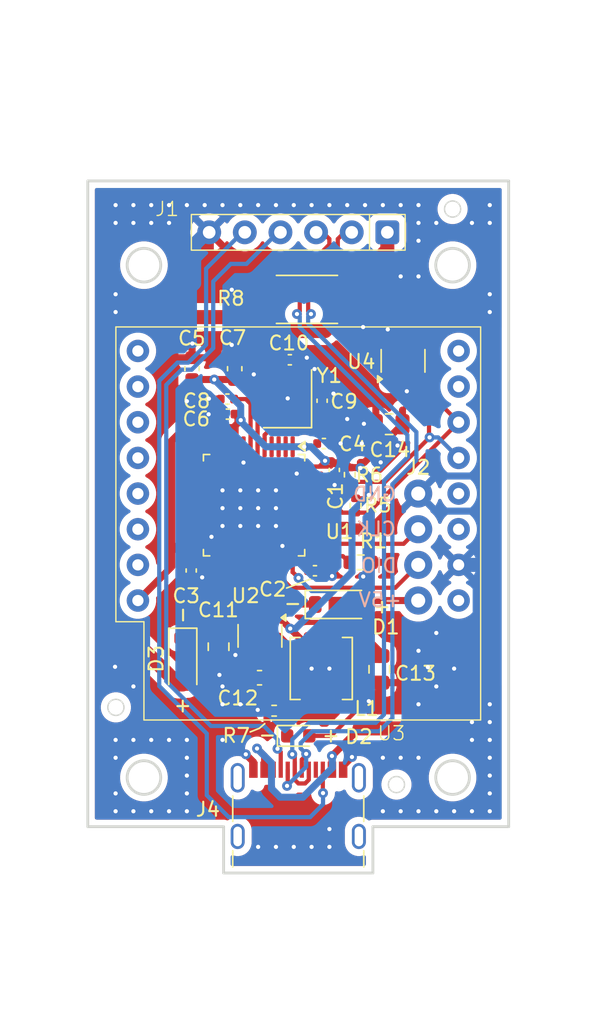
<source format=kicad_pcb>
(kicad_pcb (version 20241229) (generator "pcbnew") (generator_version "9.0")
  (layers (0 "F.Cu" signal) (2 "B.Cu" signal) (13 "F.Paste" user) (15 "B.Paste" user) (5 "F.SilkS" user "F.Silkscreen") (7 "B.SilkS" user "B.Silkscreen") (1 "F.Mask" user) (3 "B.Mask" user) (25 "Edge.Cuts" user))
  (net 0 "")
  (net 2 "GND")
  (net 5 "+3.3V")
  (net 6 "/MCU/NRST")
  (net 7 "/MCU/HSE_IN")
  (net 11 "/MCU/HSE_OUT")
  (net 14 "VIN")
  (net 17 "/MCU/SW")
  (net 21 "/MCU/BW")
  (net 25 "Net-(D1-A)")
  (net 26 "/MCU/PWR_LED_C")
  (net 29 "VBUS")
  (net 31 "/current_sensing/VBUS_in")
  (net 37 "/MCU/SWCLK")
  (net 38 "/MCU/SWDIO")
  (net 42 "CC2")
  (net 43 "CC1")
  (net 49 "USB_D+")
  (net 50 "USB_D-")
  (net 51 "I2C1_SCL")
  (net 52 "I2C1_SDA")
  (net 65 "/MCU/BOOT0")
  (footprint "my_footprints:4pin" (layer "F.Cu") (at 115.55 70.08 90)
    (property "Reference" "J2")
    (property "Value" "Debug")
  )
  (footprint "Resistor_SMD:R_0603_1608Metric" (layer "F.Cu") (at 111.45 71.17 180)
    (property "Reference" "R1")
    (property "Value" "10k")
  )
  (footprint "Capacitor_SMD:C_0402_1005Metric" (layer "F.Cu") (at 101.98 60.61 180)
    (property "Reference" "C6")
    (property "Value" "10n")
  )
  (footprint "Capacitor_SMD:C_0402_1005Metric" (layer "F.Cu") (at 108.83 62.7075)
    (property "Reference" "C4")
    (property "Value" "100n" (hide yes))
  )
  (footprint "Capacitor_SMD:C_0402_1005Metric" (layer "F.Cu") (at 101.95 59.54 180)
    (property "Reference" "C8")
    (property "Value" "100n")
  )
  (footprint "Package_TO_SOT_SMD:TSOT-23-6" (layer "F.Cu") (at 104.27 76.4075 -90)
    (property "Reference" "U2")
    (property "Value" "AP63203WU")
  )
  (footprint "LED_SMD:LED_0603_1608Metric" (layer "F.Cu") (at 107 83.53)
    (property "Reference" "D2")
    (property "Value" "red")
  )
  (footprint "my_footprints:OLED_display_0_66" (layer "F.Cu") (at 107 65)
    (property "Reference" "U3")
    (property "Value" "0.66inch OLED display")
  )
  (footprint "Diode_SMD:D_SOD-123" (layer "F.Cu") (at 109.86 74.17)
    (property "Reference" "D1")
    (property "Value" "B5819W")
  )
  (footprint "my_footprints:JLC_tooling_hole" (layer "F.Cu") (at 118 46)
    (property "Reference" "U6" (hide yes))
    (property "Value" "~")
    (fp_circle (center 0 0) (end 0.576 0) (stroke (width 0.1)) (fill no) (layer "Edge.Cuts"))
  )
  (footprint "Capacitor_SMD:C_0805_2012Metric" (layer "F.Cu") (at 112.78 78.79 -90)
    (property "Reference" "C13")
    (property "Value" "22µ")
  )
  (footprint "Capacitor_SMD:C_0603_1608Metric" (layer "F.Cu") (at 99.43 57.37 90)
    (property "Reference" "C5")
    (property "Value" "10µ")
  )
  (footprint "Capacitor_SMD:C_0603_1608Metric" (layer "F.Cu") (at 102.47 57.375 90)
    (property "Reference" "C7")
    (property "Value" "1µ")
  )
  (footprint "Capacitor_SMD:C_0402_1005Metric" (layer "F.Cu") (at 106.4 56.74)
    (property "Reference" "C10")
    (property "Value" "10p")
  )
  (footprint "my_footprints:JLC_tooling_hole" (layer "F.Cu") (at 114 87)
    (property "Reference" "U7" (hide yes))
    (property "Value" "~")
    (fp_circle (center 0 0) (end 0.576 0) (stroke (width 0.1)) (fill no) (layer "Edge.Cuts"))
  )
  (footprint "Resistor_SMD:R_0402_1005Metric" (layer "F.Cu") (at 110.67 64.9275 -90)
    (property "Reference" "R6")
    (property "Value" "2k2")
  )
  (footprint "Capacitor_SMD:C_0603_1608Metric" (layer "F.Cu") (at 104.24 79.39 180)
    (property "Reference" "C12")
    (property "Value" "100n")
  )
  (footprint "Resistor_SMD:R_0402_1005Metric" (layer "F.Cu") (at 105.28 81.74 180)
    (property "Reference" "R7")
    (property "Value" "1k")
  )
  (footprint "Crystal:Crystal_SMD_3225-4Pin_3.2x2.5mm" (layer "F.Cu") (at 106.24 59.5175 90)
    (property "Reference" "Y1")
    (property "Value" "16MHz")
  )
  (footprint "my_footprints:JLC_tooling_hole" (layer "F.Cu") (at 94 81.5)
    (property "Reference" "U5" (hide yes))
    (property "Value" "~")
    (fp_circle (center 0 0) (end 0.576 0) (stroke (width 0.1)) (fill no) (layer "Edge.Cuts"))
  )
  (footprint "Capacitor_SMD:C_0402_1005Metric" (layer "F.Cu") (at 109.57 64.5875 -90)
    (property "Reference" "C1")
    (property "Value" "100n")
  )
  (footprint "Capacitor_SMD:C_0402_1005Metric" (layer "F.Cu") (at 108.7 59.6575 90)
    (property "Reference" "C9")
    (property "Value" "10p")
  )
  (footprint "Diode_SMD:D_SOD-123" (layer "F.Cu") (at 98.77 78.22 -90)
    (property "Reference" "D3")
    (property "Value" "B5819W")
  )
  (footprint "Package_TO_SOT_SMD:SOT-23-8" (layer "F.Cu") (at 114.469975 56.816605 90)
    (property "Reference" "U4")
    (property "Value" "INA219AxDCN")
  )
  (footprint "Capacitor_SMD:C_0805_2012Metric" (layer "F.Cu") (at 101.32 77.18 -90)
    (property "Reference" "C11")
    (property "Value" "10µ")
  )
  (footprint "Capacitor_SMD:C_0402_1005Metric" (layer "F.Cu") (at 99.37 71.75 -90)
    (property "Reference" "C3")
    (property "Value" "100n")
  )
  (footprint "Inductor_SMD:L_APV_APH0420" (layer "F.Cu") (at 108.64 78.73 90)
    (property "Reference" "L1")
    (property "Value" "4µ7")
  )
  (footprint "my_footprints:header_90degree_01x06_back" (layer "F.Cu") (at 107 47.66 -90)
    (property "Reference" "J1")
    (property "Value" "Conn_01x06_Pin")
  )
  (footprint "Package_QFP:LQFP-48_7x7mm_P0.5mm" (layer "F.Cu") (at 103.85 67.0975 -90)
    (property "Reference" "U1")
    (property "Value" "STM32F103C8T6")
  )
  (footprint "Capacitor_SMD:C_0402_1005Metric" (layer "F.Cu") (at 108.19 71.7675)
    (property "Reference" "C2")
    (property "Value" "100n")
  )
  (footprint "my_footprints:USB_C_Receptacle" (layer "F.Cu") (at 107 89.62)
    (property "Reference" "J4")
    (property "Value" "USB_C_Receptacle_USB2.0_16P")
  )
  (footprint "Capacitor_SMD:C_0805_2012Metric" (layer "F.Cu") (at 113.48 61.33 180)
    (property "Reference" "C14")
    (property "Value" "22µ")
  )
  (footprint "Resistor_SMD:R_0402_1005Metric" (layer "F.Cu") (at 111.09 67.12 -90)
    (property "Reference" "R5")
    (property "Value" "2k2")
  )
  (footprint "Resistor_SMD:R_2512_6332Metric" (layer "F.Cu") (at 107.62 52.44)
    (property "Reference" "R8")
    (property "Value" "50 mOhm")
  )
  (gr_line (start 106.17 73) (end 107.86 72.37) (stroke (width 0.12)) (layer "F.SilkS"))
  (gr_line (start 103.58 83.25) (end 104.23 82.99) (stroke (width 0.12)) (layer "F.SilkS"))
  (gr_line (start 104.23 82.99) (end 104.61 82.66) (stroke (width 0.12)) (layer "F.SilkS"))
  (gr_line (start 112.32 90) (end 122 90) (stroke (width 0.2)) (layer "Edge.Cuts"))
  (gr_line (start 92 90) (end 101.68 90) (stroke (width 0.2)) (layer "Edge.Cuts"))
  (gr_line (start 112.32 93.3) (end 112.32 90) (stroke (width 0.2)) (layer "Edge.Cuts"))
  (gr_circle (center 96 86.5) (end 97.2 86.5) (stroke (width 0.2)) (fill no) (layer "Edge.Cuts"))
  (gr_line (start 92 44) (end 122 44) (stroke (width 0.2)) (layer "Edge.Cuts"))
  (gr_line (start 92 44) (end 92 90) (stroke (width 0.2)) (layer "Edge.Cuts"))
  (gr_line (start 101.68 90) (end 101.68 93.3) (stroke (width 0.2)) (layer "Edge.Cuts"))
  (gr_circle (center 118 50) (end 119.2 50) (stroke (width 0.2)) (fill no) (layer "Edge.Cuts"))
  (gr_circle (center 118 86.5) (end 119.2 86.5) (stroke (width 0.2)) (fill no) (layer "Edge.Cuts"))
  (gr_circle (center 96 50) (end 97.2 50) (stroke (width 0.2)) (fill no) (layer "Edge.Cuts"))
  (gr_line (start 112.32 93.3) (end 101.68 93.3) (stroke (width 0.2)) (layer "Edge.Cuts"))
  (gr_line (start 122 90) (end 122 44) (stroke (width 0.2)) (layer "Edge.Cuts"))
  (gr_text "-" (at 104.08 84.02 0) (layer "F.SilkS") (effects (font (size 1 1)) (justify left bottom)))
  (gr_text "+" (at 108.61 84.06 0) (layer "F.SilkS") (effects (font (size 1 1)) (justify left bottom)))
  (gr_text "-" (at 105.89 74.65 0) (layer "F.SilkS") (effects (font (size 1 1)) (justify left bottom)))
  (gr_text "-" (at 99.3 75.64 90) (layer "F.SilkS") (effects (font (size 1 1)) (justify left bottom)))
  (gr_text "+" (at 112.25 74.87 0) (layer "F.SilkS") (effects (font (size 1 1)) (justify left bottom)))
  (gr_text "+" (at 98.05 81.92 0) (layer "F.SilkS") (effects (font (size 1 1)) (justify left bottom)))
  (gr_text "+5V" (at 114.46 74.43 0) (layer "B.SilkS") (effects (font (size 1 1)) (justify left bottom mirror)))
  (gr_text "GND" (at 114.06 66.9 0) (layer "B.SilkS") (effects (font (size 1 1)) (justify left bottom mirror)))
  (gr_text "DIO" (at 114.1 71.99 0) (layer "B.SilkS") (effects (font (size 1 1)) (justify left bottom mirror)))
  (gr_text "CLK" (at 114.05 69.38 0) (layer "B.SilkS") (effects (font (size 1 1)) (justify left bottom mirror)))
  (segment (start 102.47 56.6) (end 102.47 55.896264) (width 0.5) (layer "F.Cu") (net 2))
  (segment (start 120.65 83.82) (end 119.38 83.82) (width 0.5) (layer "F.Cu") (net 2))
  (segment (start 107.09 58.647143) (end 106.246964 59.490179) (width 0.5) (layer "F.Cu") (net 2))
  (segment (start 102.47 55.896264) (end 102.256868 55.683132) (width 0.5) (layer "F.Cu") (net 2))
  (segment (start 99.6875 69.3475) (end 100.809824 69.3475) (width 0.3) (layer "F.Cu") (net 2))
  (segment (start 108.7 59.1775) (end 109.4825 59.1775) (width 0.5) (layer "F.Cu") (net 2))
  (segment (start 113.494975 55.679105) (end 113.494975 54.691605) (width 0.3) (layer "F.Cu") (net 2))
  (segment (start 103.1 62.935) (end 103.1 64.057225) (width 0.3) (layer "F.Cu") (net 2))
  (segment (start 114.144975 55.679105) (end 114.144975 54.961605) (width 0.3) (layer "F.Cu") (net 2))
  (segment (start 110.2 85.94) (end 110.2 85.665408) (width 0.5) (layer "F.Cu") (net 2))
  (segment (start 99.37 72.23) (end 100.14 72.23) (width 0.5) (layer "F.Cu") (net 2))
  (segment (start 103.8 85.38341) (end 103.261172 84.844582) (width 0.5) (layer "F.Cu") (net 2))
  (segment (start 114.794975 58.924376) (end 114.738303 58.981048) (width 0.3) (layer "F.Cu") (net 2))
  (segment (start 120.65 82.55) (end 120.65 83.82) (width 0.5) (layer "F.Cu") (net 2))
  (segment (start 112.78 79.74) (end 115.14 79.74) (width 0.5) (layer "F.Cu") (net 2))
  (segment (start 111.71 61.33) (end 111.68 61.3) (width 0.5) (layer "F.Cu") (net 2))
  (segment (start 120.65 81.28) (end 120.65 82.55) (width 0.5) (layer "F.Cu") (net 2))
  (segment (start 101.47 59.54) (end 100.66 59.54) (width 0.5) (layer "F.Cu") (net 2))
  (segment (start 112.275 71.535) (end 111.63 72.18) (width 0.3) (layer "F.Cu") (net 2))
  (segment (start 100.62 60.61) (end 100.61 60.62) (width 0.5) (layer "F.Cu") (net 2))
  (segment (start 107.09 58.4175) (end 107.1425 58.4175) (width 0.5) (layer "F.Cu") (net 2))
  (segment (start 101.32 78.13) (end 101.32 79.13) (width 0.5) (layer "F.Cu") (net 2))
  (segment (start 113.739975 54.556605) (end 113.729975 54.546605) (width 0.3) (layer "F.Cu") (net 2))
  (segment (start 106.1 70.231469) (end 105.871391 70.00286) (width 0.3) (layer "F.Cu") (net 2))
  (segment (start 112.78 80.31) (end 112.03 81.06) (width 0.5) (layer "F.Cu") (net 2))
  (segment (start 101.32 79.13) (end 101.38 79.19) (width 0.5) (layer "F.Cu") (net 2))
  (segment (start 113.409975 54.546605) (end 113.379975 54.576605) (width 0.3) (layer "F.Cu") (net 2))
  (segment (start 114.144975 54.961605) (end 113.739975 54.556605) (width 0.3) (layer "F.Cu") (net 2))
  (segment (start 100.48 49.97) (end 100.48 47.66) (width 1) (layer "F.Cu") (net 2))
  (segment (start 109.0275 71.7675) (end 109.41 72.15) (width 0.3) (layer "F.Cu") (net 2))
  (segment (start 107.09 58.4175) (end 107.09 58.647143) (width 0.5) (layer "F.Cu") (net 2))
  (segment (start 107.46 56.74) (end 107.61 56.59) (width 0.3) (layer "F.Cu") (net 2))
  (segment (start 112.78 79.74) (end 112.78 80.31) (width 0.5) (layer "F.Cu") (net 2))
  (segment (start 99.43 56.595) (end 99.43 55.6) (width 0.5) (layer "F.Cu") (net 2))
  (segment (start 107.1425 58.4175) (end 108.16 57.4) (width 0.5) (layer "F.Cu") (net 2))
  (segment (start 105.39 60.6175) (end 105.39 60.347143) (width 0.5) (layer "F.Cu") (net 2))
  (segment (start 108.67 71.7675) (end 109.0275 71.7675) (width 0.3) (layer "F.Cu") (net 2))
  (segment (start 112.275 71.17) (end 112.275 71.535) (width 0.3) (layer "F.Cu") (net 2))
  (segment (start 110.2 85.665408) (end 110.828011 85.037397) (width 0.5) (layer "F.Cu") (net 2))
  (segment (start 101.5 60.61) (end 100.62 60.61) (width 0.5) (layer "F.Cu") (net 2))
  (segment (start 106.889865 64.8475) (end 106.889495 64.84713) (width 0.3) (layer "F.Cu") (net 2))
  (segment (start 103.32 77.545) (end 102.745 77.545) (width 0.5) (layer "F.Cu") (net 2))
  (segment (start 103.1 64.057225) (end 103.095441 64.061784) (width 0.3) (layer "F.Cu") (net 2))
  (segment (start 100.809824 69.3475) (end 100.813437 69.351113) (width 0.3) (layer "F.Cu") (net 2))
  (segment (start 101.32 78.13) (end 102.16 78.13) (width 0.5) (layer "F.Cu") (net 2))
  (segment (start 115.14 79.74) (end 116.24 78.64) (width 0.5) (layer "F.Cu") (net 2))
  (segment (start 102.26 51.75) (end 100.48 49.97) (width 1) (layer "F.Cu") (net 2))
  (segment (start 113.729975 54.546605) (end 113.409975 54.546605) (width 0.3) (layer "F.Cu") (net 2))
  (segment (start 112.892475 55.679105) (end 111.621685 54.408315) (width 0.3) (layer "F.Cu") (net 2))
  (segment (start 102.16 78.13) (end 102.52 77.77) (width 0.5) (layer "F.Cu") (net 2))
  (segment (start 104.77 81.74) (end 104.17 81.74) (width 0.3) (layer "F.Cu") (net 2))
  (segment (start 99.06 85.09) (end 99.06 86.36) (width 0.5) (layer "F.Cu") (net 2))
  (segment (start 100.66 59.54) (end 100.63 59.51) (width 0.5) (layer "F.Cu") (net 2))
  (segment (start 112.53 61.33) (end 111.71 61.33) (width 0.5) (layer "F.Cu") (net 2))
  (segment (start 106.88 56.74) (end 107.46 56.74) (width 0.3) (layer "F.Cu") (net 2))
  (segment (start 114.3 85.09) (end 115.57 85.09) (width 0.5) (layer "F.Cu") (net 2))
  (segment (start 105.39 60.347143) (end 106.246964 59.490179) (width 0.5) (layer "F.Cu") (net 2))
  (segment (start 104.17 81.74) (end 104.11 81.68) (width 0.3) (layer "F.Cu") (net 2))
  (segment (start 110.0125 62.7075) (end 110.02 62.7) (width 0.5) (layer "F.Cu") (net 2))
  (segment (start 100.14 72.23) (end 100.15 72.24) (width 0.5) (layer "F.Cu") (net 2))
  (segment (start 109.57 65.0675) (end 109.57 65.64) (width 0.3) (layer "F.Cu") (net 2))
  (segment (start 114.794975 57.954105) (end 114.794975 58.924376) (width 0.3) (layer "F.Cu") (net 2))
  (segment (start 109.4825 59.1775) (end 109.51 59.15) (width 0.5) (layer "F.Cu") (net 2))
  (segment (start 113.494975 55.679105) (end 112.892475 55.679105) (width 0.3) (layer "F.Cu") (net 2))
  (segment (start 113.494975 55.679105) (end 114.144975 55.679105) (width 0.3) (layer "F.Cu") (net 2))
  (segment (start 102.745 77.545) (end 102.52 77.77) (width 0.5) (layer "F.Cu") (net 2))
  (segment (start 108.0125 64.8475) (end 106.889865 64.8475) (width 0.3) (layer "F.Cu") (net 2))
  (segment (start 103.8 85.94) (end 103.8 85.38341) (width 0.5) (layer "F.Cu") (net 2))
  (segment (start 109.57 65.64) (end 109.59 65.66) (width 0.3) (layer "F.Cu") (net 2))
  (segment (start 99.43 55.6) (end 99.45 55.58) (width 0.5) (layer "F.Cu") (net 2))
  (segment (start 109.31 62.7075) (end 110.0125 62.7075) (width 0.5) (layer "F.Cu") (net 2))
  (segment (start 106.1 71.26) (end 106.1 70.231469) (width 0.3) (layer "F.Cu") (net 2))
  (segment (start 113.494975 54.691605) (end 113.379975 54.576605) (width 0.3) (layer "F.Cu") (net 2))
  (via (at 110.828011 85.037397) (size 0.7) (drill 0.3) (layers "F.Cu" "B.Cu") (net 2))
  (via (at 99.06 45.72) (size 0.7) (drill 0.3) (layers "F.Cu" "B.Cu") (net 2))
  (via (at 109.51 59.15) (size 0.7) (drill 0.3) (layers "F.Cu" "B.Cu") (net 2))
  (via (at 100.813437 69.351113) (size 0.7) (drill 0.3) (layers "F.Cu" "B.Cu") (net 2))
  (via (at 96.52 46.99) (size 0.7) (drill 0.3) (layers "F.Cu" "B.Cu") (net 2))
  (via (at 119.38 83.82) (size 0.7) (drill 0.3) (layers "F.Cu" "B.Cu") (net 2))
  (via (at 104.14 67.31) (size 0.7) (drill 0.3) (layers "F.Cu" "B.Cu") (net 2))
  (via (at 93.98 52.07) (size 0.7) (drill 0.3) (layers "F.Cu" "B.Cu") (net 2))
  (via (at 107.95 45.72) (size 0.7) (drill 0.3) (layers "F.Cu" "B.Cu") (net 2))
  (via (at 109.22 45.72) (size 0.7) (drill 0.3) (layers "F.Cu" "B.Cu") (net 2))
  (via (at 102.87 66.04) (size 0.7) (drill 0.3) (layers "F.Cu" "B.Cu") (net 2))
  (via (at 95.25 46.99) (size 0.7) (drill 0.3) (layers "F.Cu" "B.Cu") (net 2))
  (via (at 101.6 67.31) (size 0.7) (drill 0.3) (layers "F.Cu" "B.Cu") (net 2))
  (via (at 111.76 45.72) (size 0.7) (drill 0.3) (layers "F.Cu" "B.Cu") (net 2))
  (via (at 105.871391 70.00286) (size 0.7) (drill 0.3) (layers "F.Cu" "B.Cu") (net 2))
  (via (at 114.3 50.8) (size 0.7) (drill 0.3) (layers "F.Cu" "B.Cu") (net 2))
  (via (at 120.65 83.82) (size 0.7) (drill 0.3) (layers "F.Cu" "B.Cu") (net 2))
  (via (at 115.57 45.72) (size 0.7) (drill 0.3) (layers "F.Cu" "B.Cu") (net 2))
  (via (at 114.3 85.09) (size 0.7) (drill 0.3) (layers "F.Cu" "B.Cu") (net 2))
  (via (at 120.65 86.36) (size 0.7) (drill 0.3) (layers "F.Cu" "B.Cu") (net 2))
  (via (at 115.57 50.8) (size 0.7) (drill 0.3) (layers "F.Cu" "B.Cu") (net 2))
  (via (at 93.98 46.99) (size 0.7) (drill 0.3) (layers "F.Cu" "B.Cu") (net 2))
  (via (at 97.79 88.9) (size 0.7) (drill 0.3) (layers "F.Cu" "B.Cu") (net 2))
  (via (at 115.57 85.09) (size 0.7) (drill 0.3) (layers "F.Cu" "B.Cu") (net 2))
  (via (at 96.52 88.9) (size 0.7) (drill 0.3) (layers "F.Cu" "B.Cu") (net 2))
  (via (at 104.14 45.72) (size 0.7) (drill 0.3) (layers "F.Cu" "B.Cu") (net 2))
  (via (at 106.889495 64.84713) (size 0.7) (drill 0.3) (layers "F.Cu" "B.Cu") (net 2))
  (via (at 111.68 61.3) (size 0.7) (drill 0.3) (layers "F.Cu" "B.Cu") (net 2))
  (via (at 120.65 53.34) (size 0.7) (drill 0.3) (layers "F.Cu" "B.Cu") (net 2))
  (via (at 95.25 88.9) (size 0.7) (drill 0.3) (layers "F.Cu" "B.Cu") (net 2))
  (via (at 100.61 60.62) (size 0.7) (drill 0.3) (layers "F.Cu" "B.Cu") (net 2))
  (via (at 102.87 81.28) (size 0.7) (drill 0.3) (layers "F.Cu" "B.Cu") (net 2))
  (via (at 114.738303 58.981048) (size 0.7) (drill 0.3) (layers "F.Cu" "B.Cu") (net 2))
  (via (at 113.379975 54.576605) (size 0.7) (drill 0.3) (layers "F.Cu" "B.Cu") (net 2))
  (via (at 99.45 55.58) (size 0.7) (drill 0.3) (layers "F.Cu" "B.Cu") (net 2))
  (via (at 99.06 83.82) (size 0.7) (drill 0.3) (layers "F.Cu" "B.Cu") (net 2))
  (via (at 110.49 45.72) (size 0.7) (drill 0.3) (layers "F.Cu" "B.Cu") (net 2))
  (via (at 93.98 45.72) (size 0.7) (drill 0.3) (layers "F.Cu" "B.Cu") (net 2))
  (via (at 100.33 45.72) (size 0.7) (drill 0.3) (layers "F.Cu" "B.Cu") (net 2))
  (via (at 113.03 85.09) (size 0.7) (drill 0.3) (layers "F.Cu" "B.Cu") (net 2))
  (via (at 109.59 65.66) (size 0.7) (drill 0.3) (layers "F.Cu" "B.Cu") (net 2))
  (via (at 96.52 83.82) (size 0.7) (drill 0.3) (layers "F.Cu" "B.Cu") (net 2))
  (via (at 103.83 57.78) (size 0.7) (drill 0.3) (layers "F.Cu" "B.Cu") (net 2))
  (via (at 116.84 76.2) (size 0.7) (drill 0.3) (layers "F.Cu" "B.Cu") (net 2))
  (via (at 104.14 91.44) (size 0.7) (drill 0.3) (layers "F.Cu" "B.Cu") (net 2))
  (via (at 102.87 45.72) (size 0.7) (drill 0.3) (layers "F.Cu" "B.Cu") (net 2))
  (via (at 120.65 81.28) (size 0.7) (drill 0.3) (layers "F.Cu" "B.Cu") (net 2))
  (via (at 99.06 86.36) (size 0.7) (drill 0.3) (layers "F.Cu" "B.Cu") (net 2))
  (via (at 115.57 81.28) (size 0.7) (drill 0.3) (layers "F.Cu" "B.Cu") (net 2))
  (via (at 105.41 66.04) (size 0.7) (drill 0.3) (layers "F.Cu" "B.Cu") (net 2))
  (via (at 118.11 88.9) (size 0.7) (drill 0.3) (layers "F.Cu" "B.Cu") (net 2))
  (via (at 105.41 45.72) (size 0.7) (drill 0.3) (layers "F.Cu" "B.Cu") (net 2))
  (via (at 105.41 68.58) (size 0.7) (drill 0.3) (layers "F.Cu" "B.Cu") (net 2))
  (via (at 112.875686 64.045686) (size 0.7) (drill 0.3) (layers "F.Cu" "B.Cu") (net 2))
  (via (at 100.63 59.51) (size 0.7) (drill 0.3) (layers "F.Cu" "B.Cu") (net 2))
  (via (at 101.6 80.01) (size 0.7) (drill 0.3) (layers "F.Cu" "B.Cu") (net 2))
  (via (at 109.22 90.17) (size 0.7) (drill 0.3) (layers "F.Cu" "B.Cu") (net 2))
  (via (at 95.25 83.82) (size 0.7) (drill 0.3) (layers "F.Cu" "B.Cu") (net 2))
  (via (at 110.49 60.96) (size 0.7) (drill 0.3) (layers "F.Cu" "B.Cu") (net 2))
  (via (at 110.02 62.7) (size 0.7) (drill 0.3) (layers "F.Cu" "B.Cu") (net 2))
  (via (at 116.84 46.99) (size 0.7) (drill 0.3) (layers "F.Cu" "B.Cu") (net 2))
  (via (at 118.11 78.74) (size 0.7) (drill 0.3) (layers "F.Cu" "B.Cu") (net 2))
  (via (at 104.14 68.58) (size 0.7) (drill 0.3) (layers "F.Cu" "B.Cu") (net 2))
  (via (at 109.22 78.74) (size 0.7) (drill 0.3) (layers "F.Cu" "B.Cu") (net 2))
  (via (at 106.68 91.44) (size 0.7) (drill 0.3) (layers "F.Cu" "B.Cu") (net 2))
  (via (at 102.256868 55.683132) (size 0.7) (drill 0.3) (layers "F.Cu" "B.Cu") (net 2))
  (via (at 115.57 88.9) (size 0.7) (drill 0.3) (layers "F.Cu" "B.Cu") (net 2))
  (via (at 93.94 78.61) (size 0.7) (drill 0.3) (layers "F.Cu" "B.Cu") (net 2))
  (via (at 103.095441 64.061784) (size 0.7) (drill 0.3) (layers "F.Cu" "B.Cu") (net 2))
  (via (at 93.98 53.34) (size 0.7) (drill 0.3) (layers "F.Cu" "B.Cu") (net 2))
  (via (at 96.52 45.72) (size 0.7) (drill 0.3) (layers "F.Cu" "B.Cu") (net 2))
  (via (at 106.246964 59.490179) (size 0.7) (drill 0.3) (layers "F.Cu" "B.Cu") (net 2))
  (via (at 101.6 68.58) (size 0.7) (drill 0.3) (layers "F.Cu" "B.Cu") (net 2))
  (via (at 119.38 46.99) (size 0.7) (drill 0.3) (layers "F.Cu" "B.Cu") (net 2))
  (via (at 99.06 59.69) (size 0.7) (drill 0.3) (layers "F.Cu" "B.Cu") (net 2))
  (via (at 100.15 72.24) (size 0.7) (drill 0.3) (layers "F.Cu" "B.Cu") (net 2))
  (via (at 113.03 88.9) (size 0.7) (drill 0.3) (layers "F.Cu" "B.Cu") (net 2))
  (via (at 93.98 88.9) (size 0.7) (drill 0.3) (layers "F.Cu" "B.Cu") (net 2))
  (via (at 99.06 87.63) (size 0.7) (drill 0.3) (layers "F.Cu" "B.Cu") (net 2))
  (via (at 114.075686 62.845686) (size 0.7) (drill 0.3) (layers "F.Cu" "B.Cu") (net 2))
  (via (at 113.03 45.72) (size 0.7) (drill 0.3) (layers "F.Cu" "B.Cu") (net 2))
  (via (at 99.06 85.09) (size 0.7) (drill 0.3) (layers "F.Cu" "B.Cu") (net 2))
  (via (at 101.6 45.72) (size 0.7) (drill 0.3) (layers "F.Cu" "B.Cu") (net 2))
  (via (at 107.95 91.44) (size 0.7) (drill 0.3) (layers "F.Cu" "B.Cu") (net 2))
  (via (at 120.65 87.63) (size 0.7) (drill 0.3) (layers "F.Cu" "B.Cu") (net 2))
  (via (at 102.87 67.31) (size 0.7) (drill 0.3) (layers "F.Cu" "B.Cu") (net 2))
  (via (at 104.14 66.04) (size 0.7) (drill 0.3) (layers "F.Cu" "B.Cu") (net 2))
  (via (at 108.16 57.4) (size 0.7) (drill 0.3) (layers "F.Cu" "B.Cu") (net 2))
  (via (at 116.84 88.9) (size 0.7) (drill 0.3) (layers "F.Cu" "B.Cu") (net 2))
  (via (at 111.621685 54.408315) (size 0.7) (drill 0.3) (layers "F.Cu" "B.Cu") (net 2))
  (via (at 112.03 81.06) (size 0.7) (drill 0.3) (layers "F.Cu" "B.Cu") (net 2))
  (via (at 119.38 82.55) (size 0.7) (drill 0.3) (layers "F.Cu" "B.Cu") (net 2))
  (via (at 107.61 56.59) (size 0.7) (drill 0.3) (layers "F.Cu" "B.Cu") (net 2))
  (via (at 101.6 83.82) (size 0.7) (drill 0.3) (layers "F.Cu" "B.Cu") (net 2))
  (via (at 106.68 45.72) (size 0.7) (drill 0.3) (layers "F.Cu" "B.Cu") (net 2))
  (via (at 97.79 46.99) (size 0.7) (drill 0.3) (layers "F.Cu" "B.Cu") (net 2))
  (via (at 95.25 45.72) (size 0.7) (drill 0.3) (layers "F.Cu" "B.Cu") (net 2))
  (via (at 114.3 45.72) (size 0.7) (drill 0.3) (layers "F.Cu" "B.Cu") (net 2))
  (via (at 102.26 51.75) (size 0.7) (drill 0.3) (layers "F.Cu" "B.Cu") (net 2))
  (via (at 114.3 88.9) (size 0.7) (drill 0.3) (layers "F.Cu" "B.Cu") (net 2))
  (via (at 101.6 81.28) (size 0.7) (drill 0.3) (layers "F.Cu" "B.Cu") (net 2))
  (via (at 115.57 48.26) (size 0.7) (drill 0.3) (layers "F.Cu" "B.Cu") (net 2))
  (via (at 111.53 62.7) (size 0.7) (drill 0.3) (layers "F.Cu" "B.Cu") (net 2))
  (via (at 116.24 78.64) (size 0.7) (drill 0.3) (layers "F.Cu" "B.Cu") (net 2))
  (via (at 111.63 72.18) (size 0.7) (drill 0.3) (layers "F.Cu" "B.Cu") (net 2))
  (via (at 93.98 87.63) (size 0.7) (drill 0.3) (layers "F.Cu" "B.Cu") (net 2))
  (via (at 120.65 45.72) (size 0.7) (drill 0.3) (layers "F.Cu" "B.Cu") (net 2))
  (via (at 109.22 91.44) (size 0.7) (drill 0.3) (layers "F.Cu" "B.Cu") (net 2))
  (via (at 101.6 66.04) (size 0.7) (drill 0.3) (layers "F.Cu" "B.Cu") (net 2))
  (via (at 119.38 88.9) (size 0.7) (drill 0.3) (layers "F.Cu" "B.Cu") (net 2))
  (via (at 95.25 80.01) (size 0.7) (drill 0.3) (layers "F.Cu" "B.Cu") (net 2))
  (via (at 109.41 72.15) (size 0.7) (drill 0.3) (layers "F.Cu" "B.Cu") (net 2))
  (via (at 116.84 80.01) (size 0.7) (drill 0.3) (layers "F.Cu" "B.Cu") (net 2))
  (via (at 93.98 83.82) (size 0.7) (drill 0.3) (layers "F.Cu" "B.Cu") (net 2))
  (via (at 99.06 88.9) (size 0.7) (drill 0.3) (layers "F.Cu" "B.Cu") (net 2))
  (via (at 120.65 46.99) (size 0.7) (drill 0.3) (layers "F.Cu" "B.Cu") (net 2))
  (via (at 102.87 68.58) (size 0.7) (drill 0.3) (layers "F.Cu" "B.Cu") (net 2))
  (via (at 115.57 77.47) (size 0.7) (drill 0.3) (layers "F.Cu" "B.Cu") (net 2))
  (via (at 93.98 85.09) (size 0.7) (drill 0.3) (layers "F.Cu" "B.Cu") (net 2))
  (via (at 97.79 45.72) (size 0.7) (drill 0.3) (layers "F.Cu" "B.Cu") (net 2))
  (via (at 105.41 67.31) (size 0.7) (drill 0.3) (layers "F.Cu" "B.Cu") (net 2))
  (via (at 104.11 81.68) (size 0.7) (drill 0.3) (layers "F.Cu" "B.Cu") (net 2))
  (via (at 115.57 46.99) (size 0.7) (drill 0.3) (layers "F.Cu" "B.Cu") (net 2))
  (via (at 120.65 52.07) (size 0.7) (drill 0.3) (layers "F.Cu" "B.Cu") (net 2))
  (via (at 105.41 91.44) (size 0.7) (drill 0.3) (layers "F.Cu" "B.Cu") (net 2))
  (via (at 103.261172 84.844582) (size 0.7) (drill 0.3) (layers "F.Cu" "B.Cu") (net 2))
  (via (at 120.65 82.55) (size 0.7) (drill 0.3) (layers "F.Cu" "B.Cu") (net 2))
  (via (at 107.95 78.74) (size 0.7) (drill 0.3) (layers "F.Cu" "B.Cu") (net 2))
  (via (at 102.52 77.77) (size 0.7) (drill 0.3) (layers "F.Cu" "B.Cu") (net 2))
  (via (at 120.65 85.09) (size 0.7) (drill 0.3) (layers "F.Cu" "B.Cu") (net 2))
  (via (at 101.38 79.19) (size 0.7) (drill 0.3) (layers "F.Cu" "B.Cu") (net 2))
  (via (at 120.65 88.9) (size 0.7) (drill 0.3) (layers "F.Cu" "B.Cu") (net 2))
  (via (at 97.79 83.82) (size 0.7) (drill 0.3) (layers "F.Cu" "B.Cu") (net 2))
  (segment (start 115.28 53.26) (end 118.82 53.26) (width 1) (layer "B.Cu") (net 2))
  (segment (start 114.61 52.59) (end 115.28 53.26) (width 1) (layer "B.Cu") (net 2))
  (segment (start 111.51 52.59) (end 114.61 52.59) (width 1) (layer "B.Cu") (net 2))
  (segment (start 99.58 48.56) (end 100.48 47.66) (width 1) (layer "B.Cu") (net 2))
  (segment (start 100.63 60.6) (end 100.61 60.62) (width 0.5) (layer "B.Cu") (net 2))
  (segment (start 119.681 75.199) (end 119.681 72.601) (width 0.5) (layer "B.Cu") (net 2))
  (segment (start 105.871391 70.00286) (end 108.018531 72.15) (width 0.5) (layer "B.Cu") (net 2))
  (segment (start 116.801 67.521) (end 120.161 67.521) (width 0.5) (layer "B.Cu") (net 2))
  (segment (start 105.77 51.94) (end 107.231 51.94) (width 1) (layer "B.Cu") (net 2))
  (segment (start 118.82 53.26) (end 120.46 54.9) (width 1) (layer "B.Cu") (net 2))
  (segment (start 107.702365 65.66) (end 106.889495 64.84713) (width 0.5) (layer "B.Cu") (net 2))
  (segment (start 105.2 51.94) (end 103.15 51.94) (width 1) (layer "B.Cu") (net 2))
  (segment (start 120.46 64.08) (end 120.46 67.82) (width 1) (layer "B.Cu") (net 2))
  (segment (start 120.46 54.9) (end 120.46 64.08) (width 1) (layer "B.Cu") (net 2))
  (segment (start 93.59 78.26) (end 93.94 78.61) (width 1) (layer "B.Cu") (net 2))
  (segment (start 93.59 55.52) (end 93.59 78.26) (width 1) (layer "B.Cu") (net 2))
  (segment (start 111.14287 53.9295) (end 111.621685 54.408315) (width 1) (layer "B.Cu") (net 2))
  (segment (start 108.018531 72.15) (end 109.41 72.15) (width 0.5) (layer "B.Cu") (net 2))
  (segment (start 102.45 51.94) (end 102.26 51.75) (width 1) (layer "B.Cu") (net 2))
  (segment (start 99.58 51.29) (end 99.58 48.56) (width 1) (layer "B.Cu") (net 2))
  (segment (start 110.51 51.94) (end 111.335 52.765) (width 1) (layer "B.Cu") (net 2))
  (segment (start 115.55 66.27) (end 116.801 67.521) (width 0.5) (layer "B.Cu") (net 2))
  (segment (start 111.621685 54.408315) (end 112.889975 55.676605) (width 1) (layer "B.Cu") (net 2))
  (segment (start 120.46 67.82) (end 120.46 70.77) (width 1) (layer "B.Cu") (net 2))
  (segment (start 115.55 66.27) (end 116.801 65.019) (width 0.5) (layer "B.Cu") (net 2))
  (segment (start 111.14287 52.95713) (end 111.335 52.765) (width 1) (layer "B.Cu") (net 2))
  (segment (start 95.29 53.48) (end 97.39 53.48) (width 1) (layer "B.Cu") (net 2))
  (segment (start 119.681 72.601) (end 118.43 71.35) (width 0.5) (layer "B.Cu") (net 2))
  (segment (start 99.45 55.58) (end 99.45 55.54) (width 0.5) (layer "B.Cu") (net 2))
  (segment (start 109.59 65.66) (end 107.702365 65.66) (width 0.5) (layer "B.Cu") (net 2))
  (segment (start 111.14287 53.9295) (end 111.14287 52.95713) (width 1) (layer "B.Cu") (net 2))
  (segment (start 107.231 51.94) (end 110.51 51.94) (width 1) (layer "B.Cu") (net 2))
  (segment (start 120.46 70.77) (end 119.88 71.35) (width 1) (layer "B.Cu") (net 2))
  (segment (start 105.77 59.013215) (end 106.246964 59.490179) (width 1) (layer "B.Cu") (net 2))
  (segment (start 120.161 67.521) (end 120.46 67.82) (width 0.5) (layer "B.Cu") (net 2))
  (segment (start 112.889975 55.676605) (end 112.889975 57.13272) (width 1) (layer "B.Cu") (net 2))
  (segment (start 116.24 78.64) (end 119.681 75.199) (width 0.5) (layer "B.Cu") (net 2))
  (segment (start 112.889975 57.13272) (end 114.738303 58.981048) (width 1) (layer "B.Cu") (net 2))
  (segment (start 110.02 62.7) (end 111.53 62.7) (width 0.5) (layer "B.Cu") (net 2))
  (segment (start 100.813437 69.351113) (end 100.813437 71.576563) (width 0.5) (layer "B.Cu") (net 2))
  (segment (start 119.521 65.019) (end 120.46 64.08) (width 0.5) (layer "B.Cu") (net 2))
  (segment (start 111.335 52.765) (end 111.51 52.59) (width 1) (layer "B.Cu") (net 2))
  (segment (start 97.39 53.48) (end 99.58 51.29) (width 1) (layer "B.Cu") (net 2))
  (segment (start 105.77 51.94) (end 105.2 51.94) (width 1) (layer "B.Cu") (net 2))
  (segment (start 94.95 53.82) (end 95.29 53.48) (width 1) (layer "B.Cu") (net 2))
  (segment (start 103.15 51.94) (end 102.45 51.94) (width 1) (layer "B.Cu") (net 2))
  (segment (start 93.59 55.18) (end 94.95 53.82) (width 1) (layer "B.Cu") (net 2))
  (segment (start 111.53 62.7) (end 112.875686 64.045686) (width 0.5) (layer "B.Cu") (net 2))
  (segment (start 116.801 65.019) (end 119.521 65.019) (width 0.5) (layer "B.Cu") (net 2))
  (segment (start 100.61 60.62) (end 100.61 61.576343) (width 0.5) (layer "B.Cu") (net 2))
  (segment (start 100.813437 71.576563) (end 100.15 72.24) (width 0.5) (layer "B.Cu") (net 2))
  (segment (start 100.61 61.576343) (end 103.095441 64.061784) (width 0.5) (layer "B.Cu") (net 2))
  (segment (start 99.45 55.54) (end 97.39 53.48) (width 0.5) (layer "B.Cu") (net 2))
  (segment (start 93.59 55.52) (end 93.59 55.18) (width 1) (layer "B.Cu") (net 2))
  (segment (start 100.63 59.51) (end 100.63 60.6) (width 0.5) (layer "B.Cu") (net 2))
  (segment (start 119.88 71.35) (end 118.43 71.35) (width 1) (layer "B.Cu") (net 2))
  (segment (start 108.91 63.93) (end 109.3925 63.93) (width 0.5) (layer "F.Cu") (net 5))
  (segment (start 102.6 61.57) (end 102.6 60.75) (width 0.3) (layer "F.Cu") (net 5))
  (segment (start 98.91 61.57) (end 97.98 62.5) (width 0.5) (layer "F.Cu") (net 5))
  (segment (start 111.79 66.61) (end 112.03 66.37) (width 0.3) (layer "F.Cu") (net 5))
  (segment (start 97.98 62.5) (end 97.98 69.88) (width 0.5) (layer "F.Cu") (net 5))
  (segment (start 109.34 83.53) (end 111.24 81.63) (width 0.3) (layer "F.Cu") (net 5))
  (segment (start 108.0125 64.3475) (end 108.4925 64.3475) (width 0.3) (layer "F.Cu") (net 5))
  (segment (start 109.3925 63.93) (end 109.57 64.1075) (width 0.5) (layer "F.Cu") (net 5))
  (segment (start 107.42 76.88) (end 106.425 75.885) (width 0.5) (layer "F.Cu") (net 5))
  (segment (start 97.98 69.88) (end 99.37 71.27) (width 0.5) (layer "F.Cu") (net 5))
  (segment (start 102.6 62.935) (end 102.6 61.57) (width 0.3) (layer "F.Cu") (net 5))
  (segment (start 108.64 76.88) (end 111.82 76.88) (width 1) (layer "F.Cu") (net 5))
  (segment (start 114.43 60.32) (end 115.444975 59.305025) (width 0.3) (layer "F.Cu") (net 5))
  (segment (start 102.465 58.145) (end 102.47 58.15) (width 0.5) (layer "F.Cu") (net 5))
  (segment (start 106.6 71.26) (end 106.6 71.86284) (width 0.3) (layer "F.Cu") (net 5))
  (segment (start 111.09 66.61) (end 111.79 66.61) (width 0.3) (layer "F.Cu") (net 5))
  (segment (start 97.98 71.48) (end 95.57 73.89) (width 0.5) (layer "F.Cu") (net 5))
  (segment (start 106.6 62.935) (end 107.43 62.935) (width 0.3) (layer "F.Cu") (net 5))
  (segment (start 107.7875 83.53) (end 109.34 83.53) (width 0.3) (layer "F.Cu") (net 5))
  (segment (start 99.43 58.145) (end 101.01 58.145) (width 0.5) (layer "F.Cu") (net 5))
  (segment (start 111.71 64.05) (end 114.43 61.33) (width 0.5) (layer "F.Cu") (net 5))
  (segment (start 108.4925 64.3475) (end 108.91 63.93) (width 0.3) (layer "F.Cu") (net 5))
  (segment (start 111.24 81.63) (end 111.24 79.48) (width 0.3) (layer "F.Cu") (net 5))
  (segment (start 102.37 61.57) (end 102.9 61.04) (width 0.5) (layer "F.Cu") (net 5))
  (segment (start 106.6 71.26) (end 107.2025 71.26) (width 0.3) (layer "F.Cu") (net 5))
  (segment (start 114.43 61.33) (end 114.43 60.32) (width 0.5) (layer "F.Cu") (net 5))
  (segment (start 111.43 64.45) (end 111.43 64.05) (width 0.5) (layer "F.Cu") (net 5))
  (segment (start 106.425 75.885) (end 105.81 75.27) (width 0.5) (layer "F.Cu") (net 5))
  (segment (start 98.91 61.57) (end 102.37 61.57) (width 0.5) (layer "F.Cu") (net 5))
  (segment (start 105.81 75.27) (end 105.22 75.27) (width 0.5) (layer "F.Cu") (net 5))
  (segment (start 111.43 64.05) (end 111.71 64.05) (width 0.5) (layer "F.Cu") (net 5))
  (segment (start 115.539303 57.997433) (end 115.495975 57.954105) (width 0.5) (layer "F.Cu") (net 5))
  (segment (start 109.33 64.3475) (end 109.57 64.1075) (width 0.3) (layer "F.Cu") (net 5))
  (segment (start 102.89 61.04) (end 102.46 60.61) (width 0.5) (layer "F.Cu") (net 5))
  (segment (start 107.2025 71.26) (end 107.71 71.7675) (width 0.3) (layer "F.Cu") (net 5))
  (segment (start 115.444975 59.305025) (end 115.444975 57.954105) (width 0.3) (layer "F.Cu") (net 5))
  (segment (start 110.67 64.4175) (end 111.3975 64.4175) (width 0.5) (layer "F.Cu") (net 5))
  (segment (start 101.01 58.145) (end 102.465 58.145) (width 0.5) (layer "F.Cu") (net 5))
  (segment (start 109.57 64.1075) (end 110.36 64.1075) (width 0.5) (layer "F.Cu") (net 5))
  (segment (start 111.82 76.88) (end 112.78 77.84) (width 1) (layer "F.Cu") (net 5))
  (segment (start 111.3975 64.4175) (end 111.43 64.45) (width 0.3) (layer "F.Cu") (net 5))
  (segment (start 108.0125 64.3475) (end 109.33 64.3475) (width 0.3) (layer "F.Cu") (net 5))
  (segment (start 111.43 64.36) (end 111.43 64.45) (width 0.5) (layer "F.Cu") (net 5))
  (segment (start 97.98 69.88) (end 97.98 71.48) (width 0.5) (layer "F.Cu") (net 5))
  (segment (start 102.6 60.75) (end 102.46 60.61) (width 0.3) (layer "F.Cu") (net 5))
  (segment (start 111.43 64.45) (end 111.43 64.33) (width 0.3) (layer "F.Cu") (net 5))
  (segment (start 111.24 79.48) (end 108.64 76.88) (width 0.3) (layer "F.Cu") (net 5))
  (segment (start 108.1225 62.935) (end 108.35 62.7075) (width 0.3) (layer "F.Cu") (net 5))
  (segment (start 108.64 76.88) (end 107.42 76.88) (width 0.5) (layer "F.Cu") (net 5))
  (segment (start 102.9 61.04) (end 102.89 61.04) (width 0.5) (layer "F.Cu") (net 5))
  (segment (start 99.37 71.27) (end 99.37 70.165) (width 0.3) (layer "F.Cu") (net 5))
  (segment (start 107.43 62.935) (end 108.1225 62.935) (width 0.3) (layer "F.Cu") (net 5))
  (segment (start 110.36 64.1075) (end 110.67 64.4175) (width 0.5) (layer "F.Cu") (net 5))
  (segment (start 106.6 71.86284) (end 107.016161 72.279001) (width 0.3) (layer "F.Cu") (net 5))
  (segment (start 99.37 70.165) (end 99.6875 69.8475) (width 0.3) (layer "F.Cu") (net 5))
  (via (at 107.43 62.935) (size 0.7) (drill 0.3) (layers "F.Cu" "B.Cu") (net 5))
  (via (at 101.01 58.145) (size 0.7) (drill 0.3) (layers "F.Cu" "B.Cu") (net 5))
  (via (at 111.43 64.45) (size 0.7) (drill 0.3) (layers "F.Cu" "B.Cu") (net 5))
  (via (at 108.91 63.93) (size 0.7) (drill 0.3) (layers "F.Cu" "B.Cu") (net 5))
  (via (at 112.03 66.37) (size 0.7) (drill 0.3) (layers "F.Cu" "B.Cu") (net 5))
  (via (at 102.9 61.04) (size 0.7) (drill 0.3) (layers "F.Cu" "B.Cu") (net 5))
  (via (at 107.016161 72.279001) (size 0.7) (drill 0.3) (layers "F.Cu" "B.Cu") (net 5))
  (via (at 106.425 75.885) (size 0.7) (drill 0.3) (layers "F.Cu" "B.Cu") (net 5))
  (segment (start 107.953553 73.216393) (end 109.476393 73.216393) (width 0.3) (layer "B.Cu") (net 5))
  (segment (start 110.829 67.571) (end 112.03 66.37) (width 0.5) (layer "B.Cu") (net 5))
  (segment (start 109.476393 73.216393) (end 110.829 71.863786) (width 0.5) (layer "B.Cu") (net 5))
  (segment (start 102.9 61.04) (end 102.9 60.035) (width 0.5) (layer "B.Cu") (net 5))
  (segment (start 107.43 62.935) (end 104.695 62.935) (width 0.5) (layer "B.Cu") (net 5))
  (segment (start 107.43 62.935) (end 107.915 62.935) (width 0.5) (layer "B.Cu") (net 5))
  (segment (start 102.9 61.14) (end 102.9 61.04) (width 0.5) (layer "B.Cu") (net 5))
  (segment (start 106.807786 75.885) (end 109.476393 73.216393) (width 0.5) (layer "B.Cu") (net 5))
  (segment (start 106.425 75.885) (end 106.807786 75.885) (width 0.5) (layer "B.Cu") (net 5))
  (segment (start 104.695 62.935) (end 102.9 61.14) (width 0.5) (layer "B.Cu") (net 5))
  (segment (start 107.915 62.935) (end 108.91 63.93) (width 0.5) (layer "B.Cu") (net 5))
  (segment (start 107.016161 72.279001) (end 107.953553 73.216393) (width 0.3) (layer "B.Cu") (net 5))
  (segment (start 110.829 71.863786) (end 110.829 67.571) (width 0.5) (layer "B.Cu") (net 5))
  (segment (start 112.03 65.05) (end 111.43 64.45) (width 0.5) (layer "B.Cu") (net 5))
  (segment (start 112.03 66.37) (end 112.03 65.05) (width 0.5) (layer "B.Cu") (net 5))
  (segment (start 102.9 60.035) (end 101.01 58.145) (width 0.5) (layer "B.Cu") (net 5))
  (segment (start 103.26 59.54) (end 103.6 59.88) (width 0.3) (layer "F.Cu") (net 6))
  (segment (start 102.43 59.54) (end 103.26 59.54) (width 0.3) (layer "F.Cu") (net 6))
  (segment (start 103.6 59.88) (end 103.6 62.935) (width 0.3) (layer "F.Cu") (net 6))
  (segment (start 106.039 61.6685) (end 105.024466 61.6685) (width 0.3) (layer "F.Cu") (net 7))
  (segment (start 105.024466 61.6685) (end 104.6 62.092966) (width 0.3) (layer "F.Cu") (net 7))
  (segment (start 108.7 60.1375) (end 107.57 60.1375) (width 0.3) (layer "F.Cu") (net 7))
  (segment (start 104.6 62.092966) (end 104.6 62.935) (width 0.3) (layer "F.Cu") (net 7))
  (segment (start 107.09 60.6175) (end 106.039 61.6685) (width 0.3) (layer "F.Cu") (net 7))
  (segment (start 107.57 60.1375) (end 107.09 60.6175) (width 0.3) (layer "F.Cu") (net 7))
  (segment (start 104.1 62.935) (end 104.1 59.7075) (width 0.3) (layer "F.Cu") (net 11))
  (segment (start 105.39 58.4175) (end 105.39 57.27) (width 0.3) (layer "F.Cu") (net 11))
  (segment (start 104.1 59.7075) (end 105.39 58.4175) (width 0.3) (layer "F.Cu") (net 11))
  (segment (start 105.39 57.27) (end 105.92 56.74) (width 0.3) (layer "F.Cu") (net 11))
  (segment (start 101.28 76.27) (end 101.32 76.23) (width 0.5) (layer "F.Cu") (net 14))
  (segment (start 102.28 75.27) (end 101.32 76.23) (width 0.5) (layer "F.Cu") (net 14))
  (segment (start 108.18 74.14) (end 108.21 74.17) (width 0.5) (layer "F.Cu") (net 14))
  (segment (start 103.32 75.27) (end 102.28 75.27) (width 0.5) (layer "F.Cu") (net 14))
  (segment (start 101.32 76.23) (end 99.11 76.23) (width 0.5) (layer "F.Cu") (net 14))
  (segment (start 100.9 74.14) (end 98.77 76.27) (width 0.5) (layer "F.Cu") (net 14))
  (segment (start 99.11 76.23) (end 98.77 76.57) (width 0.5) (layer "F.Cu") (net 14))
  (segment (start 100.9 74.14) (end 108.18 74.14) (width 0.5) (layer "F.Cu") (net 14))
  (segment (start 104.27 75.27) (end 103.32 75.27) (width 0.5) (layer "F.Cu") (net 14))
  (segment (start 98.77 76.27) (end 98.77 76.57) (width 0.5) (layer "F.Cu") (net 14))
  (segment (start 106.56 77.3704) (end 105.6211 76.4315) (width 0.5) (layer "F.Cu") (net 17))
  (segment (start 104.721001 76.4315) (end 104.27 76.882501) (width 0.5) (layer "F.Cu") (net 17))
  (segment (start 105.6211 76.4315) (end 104.721001 76.4315) (width 0.5) (layer "F.Cu") (net 17))
  (segment (start 103.465 79.39) (end 104.27 78.585) (width 0.5) (layer "F.Cu") (net 17))
  (segment (start 106.56 79.7) (end 106.56 77.3704) (width 0.5) (layer "F.Cu") (net 17))
  (segment (start 107.44 80.58) (end 106.56 79.7) (width 0.5) (layer "F.Cu") (net 17))
  (segment (start 104.27 76.882501) (end 104.27 77.545) (width 0.5) (layer "F.Cu") (net 17))
  (segment (start 104.27 78.585) (end 104.27 77.545) (width 0.5) (layer "F.Cu") (net 17))
  (segment (start 108.64 80.58) (end 107.44 80.58) (width 0.5) (layer "F.Cu") (net 17))
  (segment (start 105.22 77.545) (end 105.22 79.185) (width 0.5) (layer "F.Cu") (net 21))
  (segment (start 105.22 79.185) (end 105.015 79.39) (width 0.5) (layer "F.Cu") (net 21))
  (segment (start 115.55 73.89) (end 111.79 73.89) (width 0.5) (layer "F.Cu") (net 25))
  (segment (start 111.79 73.89) (end 111.51 74.17) (width 0.5) (layer "F.Cu") (net 25))
  (segment (start 115.27 74.17) (end 115.55 73.89) (width 0.5) (layer "F.Cu") (net 25))
  (segment (start 106.2125 82.1625) (end 105.79 81.74) (width 0.3) (layer "F.Cu") (net 26))
  (segment (start 106.2125 83.53) (end 106.2125 82.1625) (width 0.3) (layer "F.Cu") (net 26))
  (segment (start 120.33 54.85) (end 118.74 53.26) (width 1) (layer "F.Cu") (net 29))
  (segment (start 109.4 85.94) (end 109.4 84.963) (width 0.5) (layer "F.Cu") (net 29))
  (segment (start 112.886605 56.756605) (end 110.5825 54.4525) (width 0.3) (layer "F.Cu") (net 29))
  (segment (start 120.33 79.53) (end 120.33 54.85) (width 1) (layer "F.Cu") (net 29))
  (segment (start 115.12 53.26) (end 114.3 52.44) (width 1) (layer "F.Cu") (net 29))
  (segment (start 110.5825 54.4525) (end 110.5825 52.44) (width 0.3) (layer "F.Cu") (net 29))
  (segment (start 111.363 83) (end 116.86 83) (width 1) (layer "F.Cu") (net 29))
  (segment (start 114.3 52.44) (end 110.5825 52.44) (width 1) (layer "F.Cu") (net 29))
  (segment (start 104.6 85.94) (end 104.6 84.97) (width 0.5) (layer "F.Cu") (net 29))
  (segment (start 114.144975 57.221605) (end 114.149975 57.216605) (width 0.3) (layer "F.Cu") (net 29))
  (segment (start 104.6 84.97) (end 104.06 84.43) (width 0.5) (layer "F.Cu") (net 29))
  (segment (start 116.86 83) (end 120.33 79.53) (width 1) (layer "F.Cu") (net 29))
  (segment (start 114.149975 57.216605) (end 113.689975 56.756605) (width 0.3) (layer "F.Cu") (net 29))
  (segment (start 118.74 53.26) (end 115.12 53.26) (width 1) (layer "F.Cu") (net 29))
  (segment (start 113.689975 56.756605) (end 112.886605 56.756605) (width 0.3) (layer "F.Cu") (net 29))
  (segment (start 114.144975 57.954105) (end 114.144975 57.221605) (width 0.3) (layer "F.Cu") (net 29))
  (segment (start 109.4 84.963) (end 111.363 83) (width 0.5) (layer "F.Cu") (net 29))
  (via (at 109.4 84.963) (size 0.7) (drill 0.3) (layers "F.Cu" "B.Cu") (net 29))
  (via (at 104.06 84.43) (size 0.7) (drill 0.3) (layers "F.Cu" "B.Cu") (net 29))
  (segment (start 109.43 84.993) (end 109.4 84.963) (width 0.5) (layer "B.Cu") (net 29))
  (segment (start 105.09 87.28) (end 105.71 87.9) (width 0.5) (layer "B.Cu") (net 29))
  (segment (start 109.43 85.81) (end 109.43 84.993) (width 0.5) (layer "B.Cu") (net 29))
  (segment (start 104.06 84.43) (end 105.09 85.46) (width 0.5) (layer "B.Cu") (net 29))
  (segment (start 105.09 85.46) (end 105.09 87.28) (width 0.5) (layer "B.Cu") (net 29))
  (segment (start 105.71 87.9) (end 107.34 87.9) (width 0.5) (layer "B.Cu") (net 29))
  (segment (start 107.34 87.9) (end 109.43 85.81) (width 0.5) (layer "B.Cu") (net 29))
  (segment (start 103.1775 53.7) (end 102.02 53.7) (width 1) (layer "F.Cu") (net 31))
  (segment (start 109.681 54.341) (end 109.269 54.341) (width 0.3) (layer "F.Cu") (net 31))
  (segment (start 98.47 79.87) (end 98.77 79.87) (width 1) (layer "F.Cu") (net 31))
  (segment (start 113.35 47.66) (end 113.35 48.89) (width 1) (layer "F.Cu") (net 31))
  (segment (start 95.19 53.7) (end 101.12 53.7) (width 1) (layer "F.Cu") (net 31))
  (segment (start 104.6575 53.2075) (end 104.6575 52.44) (width 1) (layer "F.Cu") (net 31))
  (segment (start 110.9125 55.57) (end 110.91 55.57) (width 0.3) (layer "F.Cu") (net 31))
  (segment (start 106.14 54.69) (end 104.6575 53.2075) (width 1) (layer "F.Cu") (net 31))
  (segment (start 112.176 50.064) (end 109.819156 50.064) (width 1) (layer "F.Cu") (net 31))
  (segment (start 104.4075 52.47) (end 104.4075 51.2525) (width 0.3) (layer "F.Cu") (net 31))
  (segment (start 109.269 54.341) (end 108.92 54.69) (width 1) (layer "F.Cu") (net 31))
  (segment (start 101.602786 53.7) (end 101.12 53.7) (width 0.5) (layer "F.Cu") (net 31))
  (segment (start 109.269 50.614156) (end 109.269 54.341) (width 1) (layer "F.Cu") (net 31))
  (segment (start 93.76 75.16) (end 93.76 55.13) (width 1) (layer "F.Cu") (net 31))
  (segment (start 104.4075 52.47) (end 104.4075 53.3375) (width 0.3) (layer "F.Cu") (net 31))
  (segment (start 93.76 75.16) (end 98.47 79.87) (width 1) (layer "F.Cu") (net 31))
  (segment (start 108.92 54.69) (end 106.14 54.69) (width 1) (layer "F.Cu") (net 31))
  (segment (start 109.819156 50.064) (end 109.269 50.614156) (width 1) (layer "F.Cu") (net 31))
  (segment (start 113.494975 57.954105) (end 113.296605 57.954105) (width 0.3) (layer "F.Cu") (net 31))
  (segment (start 104.4075 52.47) (end 103.1775 53.7) (width 1) (layer "F.Cu") (net 31))
  (segment (start 113.35 48.89) (end 112.176 50.064) (width 1) (layer "F.Cu") (net 31))
  (segment (start 102.02 53.7) (end 101.12 53.7) (width 1) (layer "F.Cu") (net 31))
  (segment (start 104.4075 51.2525) (end 104.41 51.25) (width 0.3) (layer "F.Cu") (net 31))
  (segment (start 113.296605 57.954105) (end 110.9125 55.57) (width 0.3) (layer "F.Cu") (net 31))
  (segment (start 93.76 55.13) (end 95.19 53.7) (width 1) (layer "F.Cu") (net 31))
  (segment (start 110.91 55.57) (end 109.681 54.341) (width 0.3) (layer "F.Cu") (net 31))
  (segment (start 104.4075 53.3375) (end 104.86 53.79) (width 0.3) (layer "F.Cu") (net 31))
  (segment (start 114.5125 69.8475) (end 108.0125 69.8475) (width 0.3) (layer "F.Cu") (net 37))
  (segment (start 115.55 68.81) (end 114.5125 69.8475) (width 0.3) (layer "F.Cu") (net 37))
  (segment (start 113.921 72.979) (end 106.476966 72.979) (width 0.3) (layer "F.Cu") (net 38))
  (segment (start 105.6 72.102034) (end 105.6 71.26) (width 0.3) (layer "F.Cu") (net 38))
  (segment (start 115.55 71.35) (end 113.921 72.979) (width 0.3) (layer "F.Cu") (net 38))
  (segment (start 106.476966 72.979) (end 105.6 72.102034) (width 0.3) (layer "F.Cu") (net 38))
  (segment (start 108.75 85.94) (end 108.75 87.59) (width 0.3) (layer "F.Cu") (net 42))
  (segment (start 108.75 87.59) (end 108.765686 87.605686) (width 0.3) (layer "F.Cu") (net 42))
  (via (at 108.765686 87.605686) (size 0.7) (drill 0.3) (layers "F.Cu" "B.Cu") (net 42))
  (segment (start 107.85 89.32) (end 102.04 89.32) (width 0.3) (layer "B.Cu") (net 42))
  (segment (start 108.765686 88.404314) (end 107.85 89.32) (width 0.3) (layer "B.Cu") (net 42))
  (segment (start 100.431 50.249) (end 103.02 47.66) (width 0.3) (layer "B.Cu") (net 42))
  (segment (start 97.09 79.98) (end 97.09 58.24) (width 0.3) (layer "B.Cu") (net 42))
  (segment (start 108.765686 87.605686) (end 108.765686 88.404314) (width 0.3) (layer "B.Cu") (net 42))
  (segment (start 100.48 83.37) (end 97.09 79.98) (width 0.3) (layer "B.Cu") (net 42))
  (segment (start 97.09 58.24) (end 98.39 56.94) (width 0.3) (layer "B.Cu") (net 42))
  (segment (start 100.431 55.669) (end 100.431 50.249) (width 0.3) (layer "B.Cu") (net 42))
  (segment (start 99.16 56.94) (end 100.431 55.669) (width 0.3) (layer "B.Cu") (net 42))
  (segment (start 102.04 89.32) (end 100.48 87.76) (width 0.3) (layer "B.Cu") (net 42))
  (segment (start 100.48 87.76) (end 100.48 83.37) (width 0.3) (layer "B.Cu") (net 42))
  (segment (start 98.39 56.94) (end 99.16 56.94) (width 0.3) (layer "B.Cu") (net 42))
  (segment (start 105.75 85.94) (end 105.75 84.68) (width 0.3) (layer "F.Cu") (net 43))
  (segment (start 105.75 84.68) (end 105.52 84.45) (width 0.3) (layer "F.Cu") (net 43))
  (via (at 105.52 84.45) (size 0.7) (drill 0.3) (layers "F.Cu" "B.Cu") (net 43))
  (segment (start 100.775 82.825) (end 97.591 79.641) (width 0.3) (layer "B.Cu") (net 43))
  (segment (start 105.52 83.79) (end 104.54 82.81) (width 0.3) (layer "B.Cu") (net 43))
  (segment (start 103.31 49.91) (end 105.56 47.66) (width 0.3) (layer "B.Cu") (net 43))
  (segment (start 100.94 51.16) (end 102.19 49.91) (width 0.3) (layer "B.Cu") (net 43))
  (segment (start 98.91 57.444) (end 99.406 57.444) (width 0.3) (layer "B.Cu") (net 43))
  (segment (start 98.677 57.444) (end 98.91 57.444) (width 0.3) (layer "B.Cu") (net 43))
  (segment (start 100.94 55.91) (end 100.94 51.16) (width 0.3) (layer "B.Cu") (net 43))
  (segment (start 104.54 82.81) (end 104.525 82.825) (width 0.3) (layer "B.Cu") (net 43))
  (segment (start 102.19 49.91) (end 103.31 49.91) (width 0.3) (layer "B.Cu") (net 43))
  (segment (start 99.406 57.444) (end 100.94 55.91) (width 0.3) (layer "B.Cu") (net 43))
  (segment (start 105.52 84.45) (end 105.52 83.79) (width 0.3) (layer "B.Cu") (net 43))
  (segment (start 97.591 58.53) (end 98.677 57.444) (width 0.3) (layer "B.Cu") (net 43))
  (segment (start 97.591 79.641) (end 97.591 58.53) (width 0.3) (layer "B.Cu") (net 43))
  (segment (start 104.525 82.825) (end 100.775 82.825) (width 0.3) (layer "B.Cu") (net 43))
  (segment (start 107.75 86.66) (end 107.49 86.92) (width 0.3) (layer "F.Cu") (net 49))
  (segment (start 107.106462 50.639274) (end 107.106462 53.280038) (width 0.3) (layer "F.Cu") (net 49))
  (segment (start 108.27 47.66) (end 108.742318 47.66) (width 0.3) (layer "F.Cu") (net 49))
  (segment (start 108.742318 47.66) (end 109.217661 48.135343) (width 0.3) (layer "F.Cu") (net 49))
  (segment (start 109.217661 48.135343) (end 109.217661 48.528075) (width 0.3) (layer "F.Cu") (net 49))
  (segment (start 109.217661 48.528075) (end 107.106462 50.639274) (width 0.3) (layer "F.Cu") (net 49))
  (segment (start 106.75 86.66) (end 106.75 85.94) (width 0.3) (layer "F.Cu") (net 49))
  (segment (start 106.75 85.020378) (end 106.572309 84.842687) (width 0.3) (layer "F.Cu") (net 49))
  (segment (start 107.49 86.92) (end 107.01 86.92) (width 0.3) (layer "F.Cu") (net 49))
  (segment (start 107.106462 53.280038) (end 106.906463 53.480037) (width 0.3) (layer "F.Cu") (net 49))
  (segment (start 107.01 86.92) (end 106.75 86.66) (width 0.3) (layer "F.Cu") (net 49))
  (segment (start 107.75 85.94) (end 107.75 86.66) (width 0.3) (layer "F.Cu") (net 49))
  (segment (start 106.75 85.94) (end 106.75 85.020378) (width 0.3) (layer "F.Cu") (net 49))
  (via (at 106.572309 84.842687) (size 0.7) (drill 0.3) (layers "F.Cu" "B.Cu") (net 49))
  (via (at 106.906463 53.480037) (size 0.7) (drill 0.3) (layers "F.Cu" "B.Cu") (net 49))
  (segment (start 106.572309 84.842687) (end 106.572309 83.793427) (width 0.3) (layer "B.Cu") (net 49))
  (segment (start 114.82 63.645736) (end 114.82 62.614264) (width 0.3) (layer "B.Cu") (net 49))
  (segment (start 113.11 65.355736) (end 114.82 63.645736) (width 0.3) (layer "B.Cu") (net 49))
  (segment (start 112.525736 82.6) (end 113.11 82.015736) (width 0.3) (layer "B.Cu") (net 49))
  (segment (start 107.765736 82.6) (end 112.525736 82.6) (width 0.3) (layer "B.Cu") (net 49))
  (segment (start 114.776686 62.09095) (end 107.106462 54.420726) (width 0.3) (layer "B.Cu") (net 49))
  (segment (start 107.106462 54.420726) (end 107.106462 53.680036) (width 0.3) (layer "B.Cu") (net 49))
  (segment (start 106.572309 83.793427) (end 107.765736 82.6) (width 0.3) (layer "B.Cu") (net 49))
  (segment (start 113.11 82.015736) (end 113.11 65.355736) (width 0.3) (layer "B.Cu") (net 49))
  (segment (start 107.106462 53.680036) (end 106.906463 53.480037) (width 0.3) (layer "B.Cu") (net 49))
  (segment (start 114.776686 62.57095) (end 114.776686 62.09095) (width 0.3) (layer "B.Cu") (net 49))
  (segment (start 114.82 62.614264) (end 114.776686 62.57095) (width 0.3) (layer "B.Cu") (net 49))
  (segment (start 107.25 85.22) (end 107.57 84.9) (width 0.3) (layer "F.Cu") (net 50))
  (segment (start 110.293004 47.66) (end 109.817661 48.135343) (width 0.3) (layer "F.Cu") (net 50))
  (segment (start 109.817661 48.776603) (end 109.817661 48.135343) (width 0.3) (layer "F.Cu") (net 50))
  (segment (start 106.25 85.94) (end 106.25 87.042447) (width 0.3) (layer "F.Cu") (net 50))
  (segment (start 107.706464 53.280038) (end 107.706464 50.8878) (width 0.3) (layer "F.Cu") (net 50))
  (segment (start 107.57 84.9) (end 107.56459 84.89459) (width 0.3) (layer "F.Cu") (net 50))
  (segment (start 107.56459 84.89459) (end 107.56459 84.816139) (width 0.3) (layer "F.Cu") (net 50))
  (segment (start 106.25 87.042447) (end 106.19975 87.092697) (width 0.3) (layer "F.Cu") (net 50))
  (segment (start 107.906463 53.480037) (end 107.706464 53.280038) (width 0.3) (layer "F.Cu") (net 50))
  (segment (start 107.25 85.94) (end 107.25 85.22) (width 0.3) (layer "F.Cu") (net 50))
  (segment (start 107.706464 50.8878) (end 109.817661 48.776603) (width 0.3) (layer "F.Cu") (net 50))
  (segment (start 110.81 47.66) (end 110.293004 47.66) (width 0.3) (layer "F.Cu") (net 50))
  (via (at 106.19975 87.092697) (size 0.7) (drill 0.3) (layers "F.Cu" "B.Cu") (net 50))
  (via (at 107.56459 84.816139) (size 0.7) (drill 0.3) (layers "F.Cu" "B.Cu") (net 50))
  (via (at 107.906463 53.480037) (size 0.7) (drill 0.3) (layers "F.Cu" "B.Cu") (net 50))
  (segment (start 115.42 63.894264) (end 115.42 61.885736) (width 0.3) (layer "B.Cu") (net 50))
  (segment (start 108.014264 83.2) (end 112.774264 83.2) (width 0.3) (layer "B.Cu") (net 50))
  (segment (start 107.56459 84.816139) (end 107.17231 84.423859) (width 0.3) (layer "B.Cu") (net 50))
  (segment (start 112.774264 83.2) (end 113.71 82.264264) (width 0.3) (layer "B.Cu") (net 50))
  (segment (start 107.56459 85.727857) (end 106.19975 87.092697) (width 0.3) (layer "B.Cu") (net 50))
  (segment (start 107.17231 84.041954) (end 108.014264 83.2) (width 0.3) (layer "B.Cu") (net 50))
  (segment (start 115.42 61.885736) (end 107.706464 54.1722) (width 0.3) (layer "B.Cu") (net 50))
  (segment (start 107.17231 84.423859) (end 107.17231 84.041954) (width 0.3) (layer "B.Cu") (net 50))
  (segment (start 113.71 82.264264) (end 113.71 65.604264) (width 0.3) (layer "B.Cu") (net 50))
  (segment (start 113.71 65.604264) (end 115.42 63.894264) (width 0.3) (layer "B.Cu") (net 50))
  (segment (start 107.706464 54.1722) (end 107.706464 53.680036) (width 0.3) (layer "B.Cu") (net 50))
  (segment (start 107.706464 53.680036) (end 107.906463 53.480037) (width 0.3) (layer "B.Cu") (net 50))
  (segment (start 107.56459 84.816139) (end 107.56459 85.727857) (width 0.3) (layer "B.Cu") (net 50))
  (segment (start 116.821 59.581) (end 118.43 61.19) (width 0.3) (layer "F.Cu") (net 51))
  (segment (start 111.99 67.63) (end 118.43 61.19) (width 0.3) (layer "F.Cu") (net 51))
  (segment (start 116.821 57.05513) (end 116.821 59.581) (width 0.3) (layer "F.Cu") (net 51))
  (segment (start 111.09 67.63) (end 111.99 67.63) (width 0.3) (layer "F.Cu") (net 51))
  (segment (start 109.86 67.3475) (end 108.0125 67.3475) (width 0.3) (layer "F.Cu") (net 51))
  (segment (start 115.444975 55.679105) (end 116.821 57.05513) (width 0.3) (layer "F.Cu") (net 51))
  (segment (start 110.1425 67.63) (end 109.86 67.3475) (width 0.3) (layer "F.Cu") (net 51))
  (segment (start 111.09 67.63) (end 110.1425 67.63) (width 0.3) (layer "F.Cu") (net 51))
  (segment (start 110.67 65.4375) (end 110.67 65.707499) (width 0.3) (layer "F.Cu") (net 52))
  (segment (start 116.32 57.49) (end 116.32 62.23) (width 0.3) (layer "F.Cu") (net 52))
  (segment (start 115.770605 56.940605) (end 116.32 57.49) (width 0.3) (layer "F.Cu") (net 52))
  (segment (start 110.67 65.4375) (end 113.19255 65.4375) (width 0.3) (layer "F.Cu") (net 52))
  (segment (start 109.529999 66.8475) (end 108.0125 66.8475) (width 0.3) (layer "F.Cu") (net 52))
  (segment (start 114.794975 56.368235) (end 115.367345 56.940605) (width 0.3) (layer "F.Cu") (net 52))
  (segment (start 115.367345 56.940605) (end 115.770605 56.940605) (width 0.3) (layer "F.Cu") (net 52))
  (segment (start 116.32 62.23) (end 116.360025 62.270025) (width 0.3) (layer "F.Cu") (net 52))
  (segment (start 113.19255 65.4375) (end 116.360025 62.270025) (width 0.3) (layer "F.Cu") (net 52))
  (segment (start 114.794975 55.679105) (end 114.794975 56.368235) (width 0.3) (layer "F.Cu") (net 52))
  (segment (start 110.67 65.707499) (end 109.529999 66.8475) (width 0.3) (layer "F.Cu") (net 52))
  (via (at 116.360025 62.270025) (size 0.7) (drill 0.3) (layers "F.Cu" "B.Cu") (net 52))
  (segment (start 116.970025 62.270025) (end 118.43 63.73) (width 0.3) (layer "B.Cu") (net 52))
  (segment (start 116.360025 62.270025) (end 116.970025 62.270025) (width 0.3) (layer "B.Cu") (net 52))
  (segment (start 106.48 66.97) (end 107.1025 66.3475) (width 0.3) (layer "F.Cu") (net 65))
  (segment (start 110.62 71.17) (end 110.18 70.73) (width 0.3) (layer "F.Cu") (net 65))
  (segment (start 107.1025 66.3475) (end 108.0125 66.3475) (width 0.3) (layer "F.Cu") (net 65))
  (segment (start 110.18 70.73) (end 107.552966 70.73) (width 0.3) (layer "F.Cu") (net 65))
  (segment (start 107.552966 70.73) (end 106.48 69.657034) (width 0.3) (layer "F.Cu") (net 65))
  (segment (start 106.48 69.657034) (end 106.48 66.97) (width 0.3) (layer "F.Cu") (net 65))
  (segment (start 110.625 71.17) (end 110.62 71.17) (width 0.3) (layer "F.Cu") (net 65))
  (zone (net 2) (net_name "GND") (layers "F.Cu" "B.Cu") (connect_pads (clearance 0.5)) (min_thickness 0.25) (fill yes (thermal_gap 0.5) (thermal_bridge_width 0.5))
    (polygon (pts (xy 85.74 31.11) (xy 128.8 31.11) (xy 128.8 104.06) (xy 85.87 104.06)))
  )
)
</source>
